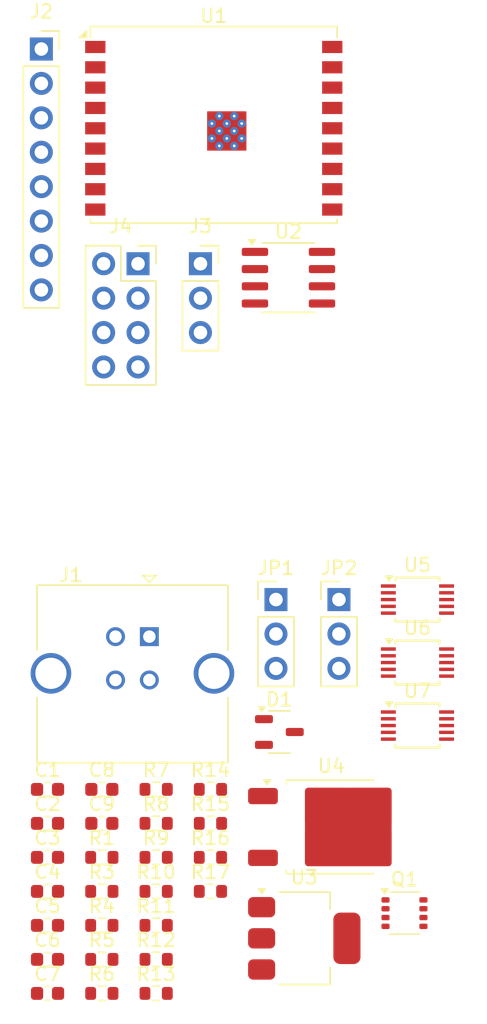
<source format=kicad_pcb>
(kicad_pcb (version 20240108) (generator "pcbnew") (generator_version "8.0")
  (layers (0 "F.Cu" signal) (31 "B.Cu" signal) (34 "B.Paste" user) (35 "F.Paste" user) (36 "B.SilkS" user "B.Silkscreen") (37 "F.SilkS" user "F.Silkscreen") (38 "B.Mask" user) (39 "F.Mask" user) (44 "Edge.Cuts" user))
  (net 0 "")
  (net 1 "/BPTF_SIG")
  (net 2 "/BPTR_SIG")
  (net 3 "/APPS1_SIG")
  (net 4 "+5VA")
  (net 5 "/APPS2_SIG")
  (net 6 "/TPS2_SIG")
  (net 7 "GNDA")
  (net 8 "/TPS1_SIG")
  (net 9 "/CANS")
  (net 10 "/CANL")
  (net 11 "/CANH")
  (net 12 "-BATT")
  (net 13 "/MOTOR_GND")
  (net 14 "+GLV")
  (net 15 "/APPS1_SIGF")
  (net 16 "/APPS2_SIGF")
  (net 17 "/BPTF_SIGF")
  (net 21 "+3.3V")
  (net 22 "/BPTR_SIGF")
  (net 26 "/TPS1_SIGF")
  (net 27 "/TPS2_SIGF")
  (net 29 "/D-")
  (net 31 "VBUS")
  (net 33 "/D+")
  (net 34 "Net-(JP1-A)")
  (net 36 "+5V")
  (net 37 "Net-(JP2-A)")
  (net 38 "Net-(Q1A-G)")
  (net 39 "Net-(Q1B-G)")
  (net 40 "/BLIP_SIG")
  (net 41 "/MOTOR_CTRL")
  (net 42 "/SCL")
  (net 43 "/SDA")
  (net 44 "Net-(U7-ALERT{slash}RDY)")
  (net 45 "Net-(U6-ALERT{slash}RDY)")
  (net 46 "Net-(U5-ALERT{slash}RDY)")
  (net 47 "/CAN_TX")
  (net 48 "/CAN_RX")
  (net 49 "Net-(U2-Rs)")
  (footprint "Resistor_SMD:R_0603_1608Metric" (layer "F.Cu") (at 139.772 111.72)
    (property "Reference" "R10" (at 0 -1.43 0) (layer "F.SilkS"))
    (property "Value" "12K")
    (fp_line (start -0.237258 -0.5225) (end 0.237258 -0.5225) (stroke (width 0.12)) (layer "F.SilkS"))
    (fp_line (start -0.237258 0.5225) (end 0.237258 0.5225) (stroke (width 0.12)) (layer "F.SilkS"))
    (pad "1" smd roundrect (at -0.825 0) (size 0.8 0.95) (layers "F.Cu" "F.Paste" "F.Mask") (net 2 "/BPTR_SIG"))
    (pad "2" smd roundrect (at 0.825 0) (size 0.8 0.95) (layers "F.Cu" "F.Paste" "F.Mask") (net 22 "/BPTR_SIGF"))
  )
  (footprint "Capacitor_SMD:C_0603_1608Metric" (layer "F.Cu") (at 135.762 104.19)
    (property "Reference" "C8" (at 0 -1.43 0) (layer "F.SilkS"))
    (property "Value" "100nF")
    (fp_line (start -0.14058 -0.51) (end 0.14058 -0.51) (stroke (width 0.12)) (layer "F.SilkS"))
    (fp_line (start -0.14058 0.51) (end 0.14058 0.51) (stroke (width 0.12)) (layer "F.SilkS"))
    (pad "1" smd roundrect (at -0.775 0) (size 0.9 0.95) (layers "F.Cu" "F.Paste" "F.Mask") (net 36 "+5V"))
    (pad "2" smd roundrect (at 0.775 0) (size 0.9 0.95) (layers "F.Cu" "F.Paste" "F.Mask") (net 12 "-BATT"))
  )
  (footprint "Resistor_SMD:R_0603_1608Metric" (layer "F.Cu") (at 139.772 104.19)
    (property "Reference" "R7" (at 0 -1.43 0) (layer "F.SilkS"))
    (property "Value" "12K")
    (fp_line (start -0.237258 -0.5225) (end 0.237258 -0.5225) (stroke (width 0.12)) (layer "F.SilkS"))
    (fp_line (start -0.237258 0.5225) (end 0.237258 0.5225) (stroke (width 0.12)) (layer "F.SilkS"))
    (pad "1" smd roundrect (at -0.825 0) (size 0.8 0.95) (layers "F.Cu" "F.Paste" "F.Mask") (net 3 "/APPS1_SIG"))
    (pad "2" smd roundrect (at 0.825 0) (size 0.8 0.95) (layers "F.Cu" "F.Paste" "F.Mask") (net 15 "/APPS1_SIGF"))
  )
  (footprint "Resistor_SMD:R_0603_1608Metric" (layer "F.Cu") (at 143.782 104.19)
    (property "Reference" "R14" (at 0 -1.43 0) (layer "F.SilkS"))
    (property "Value" "4.7K")
    (fp_line (start -0.237258 -0.5225) (end 0.237258 -0.5225) (stroke (width 0.12)) (layer "F.SilkS"))
    (fp_line (start -0.237258 0.5225) (end 0.237258 0.5225) (stroke (width 0.12)) (layer "F.SilkS"))
    (pad "1" smd roundrect (at -0.825 0) (size 0.8 0.95) (layers "F.Cu" "F.Paste" "F.Mask") (net 21 "+3.3V"))
    (pad "2" smd roundrect (at 0.825 0) (size 0.8 0.95) (layers "F.Cu" "F.Paste" "F.Mask") (net 43 "/SDA"))
  )
  (footprint "Capacitor_SMD:C_0603_1608Metric" (layer "F.Cu") (at 131.752 114.23)
    (property "Reference" "C5" (at 0 -1.43 0) (layer "F.SilkS"))
    (property "Value" "150nF")
    (fp_line (start -0.14058 -0.51) (end 0.14058 -0.51) (stroke (width 0.12)) (layer "F.SilkS"))
    (fp_line (start -0.14058 0.51) (end 0.14058 0.51) (stroke (width 0.12)) (layer "F.SilkS"))
    (pad "1" smd roundrect (at -0.775 0) (size 0.9 0.95) (layers "F.Cu" "F.Paste" "F.Mask") (net 7 "GNDA"))
    (pad "2" smd roundrect (at 0.775 0) (size 0.9 0.95) (layers "F.Cu" "F.Paste" "F.Mask") (net 26 "/TPS1_SIGF"))
  )
  (footprint "Resistor_SMD:R_0603_1608Metric" (layer "F.Cu") (at 135.762 119.25)
    (property "Reference" "R6" (at 0 -1.43 0) (layer "F.SilkS"))
    (property "Value" "100")
    (fp_line (start -0.237258 -0.5225) (end 0.237258 -0.5225) (stroke (width 0.12)) (layer "F.SilkS"))
    (fp_line (start -0.237258 0.5225) (end 0.237258 0.5225) (stroke (width 0.12)) (layer "F.SilkS"))
    (pad "1" smd roundrect (at -0.825 0) (size 0.8 0.95) (layers "F.Cu" "F.Paste" "F.Mask") (net 41 "/MOTOR_CTRL"))
    (pad "2" smd roundrect (at 0.825 0) (size 0.8 0.95) (layers "F.Cu" "F.Paste" "F.Mask") (net 39 "Net-(Q1B-G)"))
  )
  (footprint "Resistor_SMD:R_0603_1608Metric" (layer "F.Cu") (at 139.772 114.23)
    (property "Reference" "R11" (at 0 -1.43 0) (layer "F.SilkS"))
    (property "Value" "12K")
    (fp_line (start -0.237258 -0.5225) (end 0.237258 -0.5225) (stroke (width 0.12)) (layer "F.SilkS"))
    (fp_line (start -0.237258 0.5225) (end 0.237258 0.5225) (stroke (width 0.12)) (layer "F.SilkS"))
    (pad "1" smd roundrect (at -0.825 0) (size 0.8 0.95) (layers "F.Cu" "F.Paste" "F.Mask") (net 8 "/TPS1_SIG"))
    (pad "2" smd roundrect (at 0.825 0) (size 0.8 0.95) (layers "F.Cu" "F.Paste" "F.Mask") (net 26 "/TPS1_SIGF"))
  )
  (footprint "RF_Module:ESP32-C3-WROOM-02U" (layer "F.Cu") (at 144.029 55.391)
    (property "Reference" "U1" (at 0 -8.3 180) (layer "F.SilkS"))
    (property "Value" "ESP32-C3-WROOM-02U")
    (fp_line (start -9.11 -7.51) (end -9.11 -6.71) (stroke (width 0.12)) (layer "F.SilkS"))
    (fp_line (start -9.11 -7.51) (end 9.11 -7.51) (stroke (width 0.12)) (layer "F.SilkS"))
    (fp_line (start -9.11 6.71) (end -9.11 7.01) (stroke (width 0.12)) (layer "F.SilkS"))
    (fp_line (start -9.11 7.01) (end 9.11 7.01) (stroke (width 0.12)) (layer "F.SilkS"))
    (fp_line (start 9.11 -7.51) (end 9.11 -6.71) (stroke (width 0.12)) (layer "F.SilkS"))
    (fp_line (start 9.11 6.71) (end 9.11 7.01) (stroke (width 0.12)) (layer "F.SilkS"))
    (fp_poly (pts (xy -9.4 -6.7) (xy -9.9 -6.7) (xy -9.4 -7.2) (xy -9.4 -6.7)) (stroke (width 0.12)) (fill solid) (layer "F.SilkS"))
    (pad "1" smd rect (at -8.75 -6) (size 1.5 0.9) (layers "F.Cu" "F.Paste" "F.Mask") (net 21 "+3.3V"))
    (pad "2" smd rect (at -8.75 -4.5) (size 1.5 0.9) (layers "F.Cu" "F.Paste" "F.Mask"))
    (pad "3" smd rect (at -8.75 -3) (size 1.5 0.9) (layers "F.Cu" "F.Paste" "F.Mask"))
    (pad "4" smd rect (at -8.75 -1.5) (size 1.5 0.9) (layers "F.Cu" "F.Paste" "F.Mask"))
    (pad "5" smd rect (at -8.75 0) (size 1.5 0.9) (layers "F.Cu" "F.Paste" "F.Mask") (net 42 "/SCL"))
    (pad "6" smd rect (at -8.75 1.5) (size 1.5 0.9) (layers "F.Cu" "F.Paste" "F.Mask") (net 43 "/SDA"))
    (pad "7" smd rect (at -8.75 3) (size 1.5 0.9) (layers "F.Cu" "F.Paste" "F.Mask") (net 47 "/CAN_TX"))
    (pad "8" smd rect (at -8.75 4.5) (size 1.5 0.9) (layers "F.Cu" "F.Paste" "F.Mask") (net 48 "/CAN_RX"))
    (pad "9" smd rect (at -8.75 6) (size 1.5 0.9) (layers "F.Cu" "F.Paste" "F.Mask") (net 12 "-BATT"))
    (pad "10" smd rect (at 8.75 6) (size 1.5 0.9) (layers "F.Cu" "F.Paste" "F.Mask") (net 41 "/MOTOR_CTRL"))
    (pad "11" smd rect (at 8.75 4.5) (size 1.5 0.9) (layers "F.Cu" "F.Paste" "F.Mask"))
    (pad "12" smd rect (at 8.75 3) (size 1.5 0.9) (layers "F.Cu" "F.Paste" "F.Mask"))
    (pad "13" smd rect (at 8.75 1.5) (size 1.5 0.9) (layers "F.Cu" "F.Paste" "F.Mask") (net 29 "/D-"))
    (pad "14" smd rect (at 8.75 0) (size 1.5 0.9) (layers "F.Cu" "F.Paste" "F.Mask") (net 33 "/D+"))
    (pad "15" smd rect (at 8.75 -1.5) (size 1.5 0.9) (layers "F.Cu" "F.Paste" "F.Mask"))
    (pad "16" smd rect (at 8.75 -3) (size 1.5 0.9) (layers "F.Cu" "F.Paste" "F.Mask"))
    (pad "17" smd rect (at 8.75 -4.5) (size 1.5 0.9) (layers "F.Cu" "F.Paste" "F.Mask"))
    (pad "18" smd rect (at 8.75 -6) (size 1.5 0.9) (layers "F.Cu" "F.Paste" "F.Mask"))
    (pad "19" thru_hole circle (at -0.14 -0.35) (size 0.6 0.6) (drill 0.2) (property pad_prop_heatsink) (layers "*.Cu" "F.Mask") (net 12 "-BATT"))
    (pad "19" thru_hole circle (at -0.14 0.75) (size 0.6 0.6) (drill 0.2) (property pad_prop_heatsink) (layers "*.Cu" "F.Mask") (net 12 "-BATT"))
    (pad "19" thru_hole circle (at 0.41 -0.9) (size 0.6 0.6) (drill 0.2) (property pad_prop_heatsink) (layers "*.Cu" "F.Mask") (net 12 "-BATT"))
    (pad "19" thru_hole circle (at 0.41 0.2) (size 0.6 0.6) (drill 0.2) (property pad_prop_heatsink) (layers "*.Cu" "F.Mask") (net 12 "-BATT"))
    (pad "19" thru_hole circle (at 0.41 1.3) (size 0.6 0.6) (drill 0.2) (property pad_prop_heatsink) (layers "*.Cu" "F.Mask") (net 12 "-BATT"))
    (pad "19" thru_hole circle (at 0.96 -0.35) (size 0.6 0.6) (drill 0.2) (property pad_prop_heatsink) (layers "*.Cu" "F.Mask") (net 12 "-BATT"))
    (pad "19" smd rect (at 0.96 0.2) (size 2.9 2.9) (layers "F.Cu" "F.Mask") (net 12 "-BATT"))
    (pad "19" thru_hole circle (at 0.96 0.75) (size 0.6 0.6) (drill 0.2) (property pad_prop_heatsink) (layers "*.Cu" "F.Mask") (net 12 "-BATT"))
    (pad "19" thru_hole circle (at 1.51 -0.9) (size 0.6 0.6) (drill 0.2) (property pad_prop_heatsink) (layers "*.Cu" "F.Mask") (net 12 "-BATT"))
    (pad "19" thru_hole circle (at 1.51 0.2) (size 0.6 0.6) (drill 0.2) (property pad_prop_heatsink) (layers "*.Cu" "F.Mask") (net 12 "-BATT"))
    (pad "19" thru_hole circle (at 1.51 1.3) (size 0.6 0.6) (drill 0.2) (property pad_prop_heatsink) (layers "*.Cu" "F.Mask") (net 12 "-BATT"))
    (pad "19" thru_hole circle (at 2.06 -0.35) (size 0.6 0.6) (drill 0.2) (property pad_prop_heatsink) (layers "*.Cu" "F.Mask") (net 12 "-BATT"))
    (pad "19" thru_hole circle (at 2.06 0.75) (size 0.6 0.6) (drill 0.2) (property pad_prop_heatsink) (layers "*.Cu" "F.Mask") (net 12 "-BATT"))
  )
  (footprint "Capacitor_SMD:C_0603_1608Metric" (layer "F.Cu") (at 131.752 104.19)
    (property "Reference" "C1" (at 0 -1.43 0) (layer "F.SilkS"))
    (property "Value" "150nF")
    (fp_line (start -0.14058 -0.51) (end 0.14058 -0.51) (stroke (width 0.12)) (layer "F.SilkS"))
    (fp_line (start -0.14058 0.51) (end 0.14058 0.51) (stroke (width 0.12)) (layer "F.SilkS"))
    (pad "1" smd roundrect (at -0.775 0) (size 0.9 0.95) (layers "F.Cu" "F.Paste" "F.Mask") (net 7 "GNDA"))
    (pad "2" smd roundrect (at 0.775 0) (size 0.9 0.95) (layers "F.Cu" "F.Paste" "F.Mask") (net 15 "/APPS1_SIGF"))
  )
  (footprint "Resistor_SMD:R_0603_1608Metric" (layer "F.Cu") (at 139.772 116.74)
    (property "Reference" "R12" (at 0 -1.43 0) (layer "F.SilkS"))
    (property "Value" "12K")
    (fp_line (start -0.237258 -0.5225) (end 0.237258 -0.5225) (stroke (width 0.12)) (layer "F.SilkS"))
    (fp_line (start -0.237258 0.5225) (end 0.237258 0.5225) (stroke (width 0.12)) (layer "F.SilkS"))
    (pad "1" smd roundrect (at -0.825 0) (size 0.8 0.95) (layers "F.Cu" "F.Paste" "F.Mask") (net 6 "/TPS2_SIG"))
    (pad "2" smd roundrect (at 0.825 0) (size 0.8 0.95) (layers "F.Cu" "F.Paste" "F.Mask") (net 27 "/TPS2_SIGF"))
  )
  (footprint "Connector_PinSocket_2.54mm:PinSocket_2x04_P2.54mm_Vertical" (layer "F.Cu") (at 138.434 65.391)
    (property "Reference" "J4" (at -1.27 -2.77 0) (layer "F.SilkS"))
    (property "Value" "ETC PWR")
    (fp_line (start -3.87 -1.33) (end -3.87 8.95) (stroke (width 0.12)) (layer "F.SilkS"))
    (fp_line (start -3.87 -1.33) (end -1.27 -1.33) (stroke (width 0.12)) (layer "F.SilkS"))
    (fp_line (start -3.87 8.95) (end 1.33 8.95) (stroke (width 0.12)) (layer "F.SilkS"))
    (fp_line (start -1.27 -1.33) (end -1.27 1.27) (stroke (width 0.12)) (layer "F.SilkS"))
    (fp_line (start -1.27 1.27) (end 1.33 1.27) (stroke (width 0.12)) (layer "F.SilkS"))
    (fp_line (start 0 -1.33) (end 1.33 -1.33) (stroke (width 0.12)) (layer "F.SilkS"))
    (fp_line (start 1.33 -1.33) (end 1.33 0) (stroke (width 0.12)) (layer "F.SilkS"))
    (fp_line (start 1.33 1.27) (end 1.33 8.95) (stroke (width 0.12)) (layer "F.SilkS"))
    (pad "1" thru_hole rect (at 0 0) (size 1.7 1.7) (drill 1) (layers "*.Cu" "*.Mask") (net 14 "+GLV"))
    (pad "2" thru_hole oval (at -2.54 0) (size 1.7 1.7) (drill 1) (layers "*.Cu" "*.Mask") (net 13 "/MOTOR_GND"))
    (pad "3" thru_hole oval (at 0 2.54) (size 1.7 1.7) (drill 1) (layers "*.Cu" "*.Mask") (net 13 "/MOTOR_GND"))
    (pad "4" thru_hole oval (at -2.54 2.54) (size 1.7 1.7) (drill 1) (layers "*.Cu" "*.Mask") (net 13 "/MOTOR_GND"))
    (pad "5" thru_hole oval (at 0 5.08) (size 1.7 1.7) (drill 1) (layers "*.Cu" "*.Mask") (net 12 "-BATT"))
    (pad "6" thru_hole oval (at -2.54 5.08) (size 1.7 1.7) (drill 1) (layers "*.Cu" "*.Mask") (net 12 "-BATT"))
    (pad "7" thru_hole oval (at 0 7.62) (size 1.7 1.7) (drill 1) (layers "*.Cu" "*.Mask") (net 12 "-BATT"))
    (pad "8" thru_hole oval (at -2.54 7.62) (size 1.7 1.7) (drill 1) (layers "*.Cu" "*.Mask") (net 12 "-BATT"))
  )
  (footprint "Capacitor_SMD:C_0603_1608Metric" (layer "F.Cu") (at 131.752 119.25)
    (property "Reference" "C7" (at 0 -1.43 0) (layer "F.SilkS"))
    (property "Value" "100nF")
    (fp_line (start -0.14058 -0.51) (end 0.14058 -0.51) (stroke (width 0.12)) (layer "F.SilkS"))
    (fp_line (start -0.14058 0.51) (end 0.14058 0.51) (stroke (width 0.12)) (layer "F.SilkS"))
    (pad "1" smd roundrect (at -0.775 0) (size 0.9 0.95) (layers "F.Cu" "F.Paste" "F.Mask") (net 36 "+5V"))
    (pad "2" smd roundrect (at 0.775 0) (size 0.9 0.95) (layers "F.Cu" "F.Paste" "F.Mask") (net 12 "-BATT"))
  )
  (footprint "Capacitor_SMD:C_0603_1608Metric" (layer "F.Cu") (at 135.762 106.7)
    (property "Reference" "C9" (at 0 -1.43 0) (layer "F.SilkS"))
    (property "Value" "100nF")
    (fp_line (start -0.14058 -0.51) (end 0.14058 -0.51) (stroke (width 0.12)) (layer "F.SilkS"))
    (fp_line (start -0.14058 0.51) (end 0.14058 0.51) (stroke (width 0.12)) (layer "F.SilkS"))
    (pad "1" smd roundrect (at -0.775 0) (size 0.9 0.95) (layers "F.Cu" "F.Paste" "F.Mask") (net 36 "+5V"))
    (pad "2" smd roundrect (at 0.775 0) (size 0.9 0.95) (layers "F.Cu" "F.Paste" "F.Mask") (net 12 "-BATT"))
  )
  (footprint "Package_SO:TSSOP-10_3x3mm_P0.5mm" (layer "F.Cu") (at 159.072 99.48)
    (property "Reference" "U7" (at 0 -2.55 0) (layer "F.SilkS"))
    (property "Value" "ADS1115IDGS")
    (fp_line (start -1.625 -1.625) (end -1.625 -1.4) (stroke (width 0.15)) (layer "F.SilkS"))
    (fp_line (start -1.625 -1.625) (end 1.625 -1.625) (stroke (width 0.15)) (layer "F.SilkS"))
    (fp_line (start -1.625 1.625) (end -1.625 1.4) (stroke (width 0.15)) (layer "F.SilkS"))
    (fp_line (start -1.625 1.625) (end 1.625 1.625) (stroke (width 0.15)) (layer "F.SilkS"))
    (fp_line (start 1.625 -1.625) (end 1.625 -1.4) (stroke (width 0.15)) (layer "F.SilkS"))
    (fp_line (start 1.625 1.625) (end 1.625 1.4) (stroke (width 0.15)) (layer "F.SilkS"))
    (fp_poly (pts (xy -2.1 -1.4) (xy -2.34 -1.73) (xy -1.86 -1.73) (xy -2.1 -1.4)) (stroke (width 0.12)) (fill solid) (layer "F.SilkS"))
    (pad "1" smd rect (at -2.15 -1) (size 1.1 0.25) (layers "F.Cu" "F.Paste" "F.Mask") (net 42 "/SCL"))
    (pad "2" smd rect (at -2.15 -0.5) (size 1.1 0.25) (layers "F.Cu" "F.Paste" "F.Mask") (net 44 "Net-(U7-ALERT{slash}RDY)"))
    (pad "3" smd rect (at -2.15 0) (size 1.1 0.25) (layers "F.Cu" "F.Paste" "F.Mask") (net 12 "-BATT"))
    (pad "4" smd rect (at -2.15 0.5) (size 1.1 0.25) (layers "F.Cu" "F.Paste" "F.Mask") (net 26 "/TPS1_SIGF"))
    (pad "5" smd rect (at -2.15 1) (size 1.1 0.25) (layers "F.Cu" "F.Paste" "F.Mask") (net 7 "GNDA"))
    (pad "6" smd rect (at 2.15 1) (size 1.1 0.25) (layers "F.Cu" "F.Paste" "F.Mask") (net 27 "/TPS2_SIGF"))
    (pad "7" smd rect (at 2.15 0.5) (size 1.1 0.25) (layers "F.Cu" "F.Paste" "F.Mask") (net 7 "GNDA"))
    (pad "8" smd rect (at 2.15 0) (size 1.1 0.25) (layers "F.Cu" "F.Paste" "F.Mask") (net 36 "+5V"))
    (pad "9" smd rect (at 2.15 -0.5) (size 1.1 0.25) (layers "F.Cu" "F.Paste" "F.Mask") (net 43 "/SDA"))
    (pad "10" smd rect (at 2.15 -1) (size 1.1 0.25) (layers "F.Cu" "F.Paste" "F.Mask") (net 42 "/SCL"))
  )
  (footprint "Connector_USB:USB_B_TE_5787834_Vertical" (layer "F.Cu") (at 139.272 92.915)
    (property "Reference" "J1" (at -5.8 -4.55 0) (layer "F.SilkS"))
    (property "Value" "USB_B")
    (fp_line (start -8.3 -3.8) (end 5.8 -3.8) (stroke (width 0.12)) (layer "F.SilkS"))
    (fp_line (start -8.3 1) (end -8.3 -3.8) (stroke (width 0.12)) (layer "F.SilkS"))
    (fp_line (start -8.3 9.3) (end -8.3 4.5) (stroke (width 0.12)) (layer "F.SilkS"))
    (fp_line (start -0.5 -4.5) (end 0 -4) (stroke (width 0.12)) (layer "F.SilkS"))
    (fp_line (start 0 -4) (end 0.5 -4.5) (stroke (width 0.12)) (layer "F.SilkS"))
    (fp_line (start 0.5 -4.5) (end -0.5 -4.5) (stroke (width 0.12)) (layer "F.SilkS"))
    (fp_line (start 5.8 -3.8) (end 5.8 1) (stroke (width 0.12)) (layer "F.SilkS"))
    (fp_line (start 5.8 4.5) (end 5.8 9.3) (stroke (width 0.12)) (layer "F.SilkS"))
    (fp_line (start 5.8 9.3) (end -8.3 9.3) (stroke (width 0.12)) (layer "F.SilkS"))
    (pad "1" thru_hole rect (at 0 0) (size 1.4 1.4) (drill 0.92) (layers "*.Cu" "*.Mask") (net 31 "VBUS"))
    (pad "2" thru_hole circle (at -2.5 0) (size 1.4 1.4) (drill 0.92) (layers "*.Cu" "*.Mask") (net 29 "/D-"))
    (pad "3" thru_hole circle (at -2.5 3.2) (size 1.4 1.4) (drill 0.92) (layers "*.Cu" "*.Mask") (net 33 "/D+"))
    (pad "4" thru_hole circle (at 0 3.2) (size 1.4 1.4) (drill 0.92) (layers "*.Cu" "*.Mask") (net 12 "-BATT"))
    (pad "5" thru_hole circle (at -7.27 2.71) (size 3 3) (drill 2.3) (layers "*.Cu" "*.Mask") (net 12 "-BATT"))
    (pad "5" thru_hole circle (at 4.77 2.71) (size 3 3) (drill 2.3) (layers "*.Cu" "*.Mask") (net 12 "-BATT"))
  )
  (footprint "Resistor_SMD:R_0603_1608Metric" (layer "F.Cu") (at 135.762 109.21)
    (property "Reference" "R1" (at 0 -1.43 0) (layer "F.SilkS"))
    (property "Value" "120")
    (fp_line (start -0.237258 -0.5225) (end 0.237258 -0.5225) (stroke (width 0.12)) (layer "F.SilkS"))
    (fp_line (start -0.237258 0.5225) (end 0.237258 0.5225) (stroke (width 0.12)) (layer "F.SilkS"))
    (pad "1" smd roundrect (at -0.825 0) (size 0.8 0.95) (layers "F.Cu" "F.Paste" "F.Mask") (net 11 "/CANH"))
    (pad "2" smd roundrect (at 0.825 0) (size 0.8 0.95) (layers "F.Cu" "F.Paste" "F.Mask") (net 34 "Net-(JP1-A)"))
  )
  (footprint "Capacitor_SMD:C_0603_1608Metric" (layer "F.Cu") (at 131.752 106.7)
    (property "Reference" "C2" (at 0 -1.43 0) (layer "F.SilkS"))
    (property "Value" "150nF")
    (fp_line (start -0.14058 -0.51) (end 0.14058 -0.51) (stroke (width 0.12)) (layer "F.SilkS"))
    (fp_line (start -0.14058 0.51) (end 0.14058 0.51) (stroke (width 0.12)) (layer "F.SilkS"))
    (pad "1" smd roundrect (at -0.775 0) (size 0.9 0.95) (layers "F.Cu" "F.Paste" "F.Mask") (net 7 "GNDA"))
    (pad "2" smd roundrect (at 0.775 0) (size 0.9 0.95) (layers "F.Cu" "F.Paste" "F.Mask") (net 16 "/APPS2_SIGF"))
  )
  (footprint "Package_TO_SOT_SMD:TO-252-2" (layer "F.Cu") (at 152.702 106.965)
    (property "Reference" "U4" (at 0 -4.5 0) (layer "F.SilkS"))
    (property "Value" "L7805")
    (fp_line (start -3.31 -3.45) (end -3.31 -3.18) (stroke (width 0.12)) (layer "F.SilkS"))
    (fp_line (start -3.31 3.45) (end -3.31 3.18) (stroke (width 0.12)) (layer "F.SilkS"))
    (fp_line (start 3.11 -3.45) (end -3.31 -3.45) (stroke (width 0.12)) (layer "F.SilkS"))
    (fp_line (start 3.11 3.45) (end -3.31 3.45) (stroke (width 0.12)) (layer "F.SilkS"))
    (fp_poly (pts (xy -4.73 -3.14) (xy -4.97 -3.47) (xy -4.49 -3.47) (xy -4.73 -3.14)) (stroke (width 0.12)) (fill solid) (layer "F.SilkS"))
    (pad "1" smd roundrect (at -5.04 -2.28) (size 2.2 1.2) (layers "F.Cu" "F.Paste" "F.Mask") (roundrect_rratio 0.208333) (net 14 "+GLV"))
    (pad "2" smd roundrect (at -0.415 -1.525) (size 3.05 2.75) (layers "F.Cu" "F.Paste") (roundrect_rratio 0.090909) (net 12 "-BATT"))
    (pad "2" smd roundrect (at -0.415 1.525) (size 3.05 2.75) (layers "F.Cu" "F.Paste") (roundrect_rratio 0.090909) (net 12 "-BATT"))
    (pad "2" smd roundrect (at 1.26 0) (size 6.4 5.8) (layers "F.Cu" "F.Mask") (roundrect_rratio 0.043103) (net 12 "-BATT"))
    (pad "2" smd roundrect (at 2.935 -1.525) (size 3.05 2.75) (layers "F.Cu" "F.Paste") (roundrect_rratio 0.090909) (net 12 "-BATT"))
    (pad "2" smd roundrect (at 2.935 1.525) (size 3.05 2.75) (layers "F.Cu" "F.Paste") (roundrect_rratio 0.090909) (net 12 "-BATT"))
    (pad "3" smd roundrect (at -5.04 2.28) (size 2.2 1.2) (layers "F.Cu" "F.Paste" "F.Mask") (roundrect_rratio 0.208333) (net 37 "Net-(JP2-A)"))
  )
  (footprint "Capacitor_SMD:C_0603_1608Metric" (layer "F.Cu") (at 131.752 109.21)
    (property "Reference" "C3" (at 0 -1.43 0) (layer "F.SilkS"))
    (property "Value" "150nF")
    (fp_line (start -0.14058 -0.51) (end 0.14058 -0.51) (stroke (width 0.12)) (layer "F.SilkS"))
    (fp_line (start -0.14058 0.51) (end 0.14058 0.51) (stroke (width 0.12)) (layer "F.SilkS"))
    (pad "1" smd roundrect (at -0.775 0) (size 0.9 0.95) (layers "F.Cu" "F.Paste" "F.Mask") (net 7 "GNDA"))
    (pad "2" smd roundrect (at 0.775 0) (size 0.9 0.95) (layers "F.Cu" "F.Paste" "F.Mask") (net 17 "/BPTF_SIGF"))
  )
  (footprint "Resistor_SMD:R_0603_1608Metric" (layer "F.Cu") (at 139.772 109.21)
    (property "Reference" "R9" (at 0 -1.43 0) (layer "F.SilkS"))
    (property "Value" "12K")
    (fp_line (start -0.237258 -0.5225) (end 0.237258 -0.5225) (stroke (width 0.12)) (layer "F.SilkS"))
    (fp_line (start -0.237258 0.5225) (end 0.237258 0.5225) (stroke (width 0.12)) (layer "F.SilkS"))
    (pad "1" smd roundrect (at -0.825 0) (size 0.8 0.95) (layers "F.Cu" "F.Paste" "F.Mask") (net 1 "/BPTF_SIG"))
    (pad "2" smd roundrect (at 0.825 0) (size 0.8 0.95) (layers "F.Cu" "F.Paste" "F.Mask") (net 17 "/BPTF_SIGF"))
  )
  (footprint "Package_TO_SOT_SMD:SOT-23-3" (layer "F.Cu") (at 148.872 99.955)
    (property "Reference" "D1" (at 0 -2.4 0) (layer "F.SilkS"))
    (property "Value" "ESD2CAN24-Q1")
    (fp_line (start 0 -1.56) (end -0.8 -1.56) (stroke (width 0.12)) (layer "F.SilkS"))
    (fp_line (start 0 -1.56) (end 0.8 -1.56) (stroke (width 0.12)) (layer "F.SilkS"))
    (fp_line (start 0 1.56) (end -0.8 1.56) (stroke (width 0.12)) (layer "F.SilkS"))
    (fp_line (start 0 1.56) (end 0.8 1.56) (stroke (width 0.12)) (layer "F.SilkS"))
    (fp_poly (pts (xy -1.3 -1.51) (xy -1.54 -1.84) (xy -1.06 -1.84) (xy -1.3 -1.51)) (stroke (width 0.12)) (fill solid) (layer "F.SilkS"))
    (pad "1" smd roundrect (at -1.1375 -0.95) (size 1.325 0.6) (layers "F.Cu" "F.Paste" "F.Mask") (net 11 "/CANH"))
    (pad "2" smd roundrect (at -1.1375 0.95) (size 1.325 0.6) (layers "F.Cu" "F.Paste" "F.Mask") (net 10 "/CANL"))
    (pad "3" smd roundrect (at 1.1375 0) (size 1.325 0.6) (layers "F.Cu" "F.Paste" "F.Mask") (net 12 "-BATT"))
  )
  (footprint "Resistor_SMD:R_0603_1608Metric" (layer "F.Cu") (at 143.782 111.72)
    (property "Reference" "R17" (at 0 -1.43 0) (layer "F.SilkS"))
    (property "Value" "10K")
    (fp_line (start -0.237258 -0.5225) (end 0.237258 -0.5225) (stroke (width 0.12)) (layer "F.SilkS"))
    (fp_line (start -0.237258 0.5225) (end 0.237258 0.5225) (stroke (width 0.12)) (layer "F.SilkS"))
    (pad "1" smd roundrect (at -0.825 0) (size 0.8 0.95) (layers "F.Cu" "F.Paste" "F.Mask") (net 46 "Net-(U5-ALERT{slash}RDY)"))
    (pad "2" smd roundrect (at 0.825 0) (size 0.8 0.95) (layers "F.Cu" "F.Paste" "F.Mask") (net 36 "+5V"))
  )
  (footprint "Connector_PinSocket_2.54mm:PinSocket_1x08_P2.54mm_Vertical" (layer "F.Cu") (at 131.294 49.541)
    (property "Reference" "J2" (at 0 -2.77 0) (layer "F.SilkS"))
    (property "Value" "ETC SIG")
    (fp_line (start -1.33 1.27) (end -1.33 19.11) (stroke (width 0.12)) (layer "F.SilkS"))
    (fp_line (start -1.33 1.27) (end 1.33 1.27) (stroke (width 0.12)) (layer "F.SilkS"))
    (fp_line (start -1.33 19.11) (end 1.33 19.11) (stroke (width 0.12)) (layer "F.SilkS"))
    (fp_line (start 0 -1.33) (end 1.33 -1.33) (stroke (width 0.12)) (layer "F.SilkS"))
    (fp_line (start 1.33 -1.33) (end 1.33 0) (stroke (width 0.12)) (layer "F.SilkS"))
    (fp_line (start 1.33 1.27) (end 1.33 19.11) (stroke (width 0.12)) (layer "F.SilkS"))
    (pad "1" thru_hole rect (at 0 0) (size 1.7 1.7) (drill 1) (layers "*.Cu" "*.Mask") (net 4 "+5VA"))
    (pad "2" thru_hole oval (at 0 2.54) (size 1.7 1.7) (drill 1) (layers "*.Cu" "*.Mask") (net 3 "/APPS1_SIG"))
    (pad "3" thru_hole oval (at 0 5.08) (size 1.7 1.7) (drill 1) (layers "*.Cu" "*.Mask") (net 5 "/APPS2_SIG"))
    (pad "4" thru_hole oval (at 0 7.62) (size 1.7 1.7) (drill 1) (layers "*.Cu" "*.Mask") (net 1 "/BPTF_SIG"))
    (pad "5" thru_hole oval (at 0 10.16) (size 1.7 1.7) (drill 1) (layers "*.Cu" "*.Mask") (net 2 "/BPTR_SIG"))
    (pad "6" thru_hole oval (at 0 12.7) (size 1.7 1.7) (drill 1) (layers "*.Cu" "*.Mask") (net 8 "/TPS1_SIG"))
    (pad "7" thru_hole oval (at 0 15.24) (size 1.7 1.7) (drill 1) (layers "*.Cu" "*.Mask") (net 6 "/TPS2_SIG"))
    (pad "8" thru_hole oval (at 0 17.78) (size 1.7 1.7) (drill 1) (layers "*.Cu" "*.Mask") (net 7 "GNDA"))
  )
  (footprint "Resistor_SMD:R_0603_1608Metric" (layer "F.Cu") (at 143.782 106.7)
    (property "Reference" "R15" (at 0 -1.43 0) (layer "F.SilkS"))
    (property "Value" "10K")
    (fp_line (start -0.237258 -0.5225) (end 0.237258 -0.5225) (stroke (width 0.12)) (layer "F.SilkS"))
    (fp_line (start -0.237258 0.5225) (end 0.237258 0.5225) (stroke (width 0.12)) (layer "F.SilkS"))
    (pad "1" smd roundrect (at -0.825 0) (size 0.8 0.95) (layers "F.Cu" "F.Paste" "F.Mask") (net 44 "Net-(U7-ALERT{slash}RDY)"))
    (pad "2" smd roundrect (at 0.825 0) (size 0.8 0.95) (layers "F.Cu" "F.Paste" "F.Mask") (net 36 "+5V"))
  )
  (footprint "Resistor_SMD:R_0603_1608Metric" (layer "F.Cu") (at 135.762 116.74)
    (property "Reference" "R5" (at 0 -1.43 0) (layer "F.SilkS"))
    (property "Value" "10K")
    (fp_line (start -0.237258 -0.5225) (end 0.237258 -0.5225) (stroke (width 0.12)) (layer "F.SilkS"))
    (fp_line (start -0.237258 0.5225) (end 0.237258 0.5225) (stroke (width 0.12)) (layer "F.SilkS"))
    (pad "1" smd roundrect (at -0.825 0) (size 0.8 0.95) (layers "F.Cu" "F.Paste" "F.Mask") (net 12 "-BATT"))
    (pad "2" smd roundrect (at 0.825 0) (size 0.8 0.95) (layers "F.Cu" "F.Paste" "F.Mask") (net 41 "/MOTOR_CTRL"))
  )
  (footprint "Capacitor_SMD:C_0603_1608Metric" (layer "F.Cu") (at 131.752 116.74)
    (property "Reference" "C6" (at 0 -1.43 0) (layer "F.SilkS"))
    (property "Value" "150nF")
    (fp_line (start -0.14058 -0.51) (end 0.14058 -0.51) (stroke (width 0.12)) (layer "F.SilkS"))
    (fp_line (start -0.14058 0.51) (end 0.14058 0.51) (stroke (width 0.12)) (layer "F.SilkS"))
    (pad "1" smd roundrect (at -0.775 0) (size 0.9 0.95) (layers "F.Cu" "F.Paste" "F.Mask") (net 7 "GNDA"))
    (pad "2" smd roundrect (at 0.775 0) (size 0.9 0.95) (layers "F.Cu" "F.Paste" "F.Mask") (net 27 "/TPS2_SIGF"))
  )
  (footprint "Resistor_SMD:R_0603_1608Metric" (layer "F.Cu") (at 139.772 119.25)
    (property "Reference" "R13" (at 0 -1.43 0) (layer "F.SilkS"))
    (property "Value" "4.7K")
    (fp_line (start -0.237258 -0.5225) (end 0.237258 -0.5225) (stroke (width 0.12)) (layer "F.SilkS"))
    (fp_line (start -0.237258 0.5225) (end 0.237258 0.5225) (stroke (width 0.12)) (layer "F.SilkS"))
    (pad "1" smd roundrect (at -0.825 0) (size 0.8 0.95) (layers "F.Cu" "F.Paste" "F.Mask") (net 21 "+3.3V"))
    (pad "2" smd roundrect (at 0.825 0) (size 0.8 0.95) (layers "F.Cu" "F.Paste" "F.Mask") (net 42 "/SCL"))
  )
  (footprint "Package_TO_SOT_SMD:OnSemi_ECH8" (layer "F.Cu") (at 158.112 113.325)
    (property "Reference" "Q1" (at 0 -2.5 0) (layer "F.SilkS"))
    (property "Value" "ECH8697R")
    (fp_line (start -1.15 1.55) (end 1.15 1.55) (stroke (width 0.1)) (layer "F.SilkS"))
    (fp_line (start -1.06 -1.55) (end 1.15 -1.55) (stroke (width 0.1)) (layer "F.SilkS"))
    (fp_poly (pts (xy -1.45 -1.45) (xy -1.21 -1.78) (xy -1.69 -1.78) (xy -1.45 -1.45)) (stroke (width 0.12)) (fill solid) (layer "F.SilkS"))
    (pad "1" smd roundrect (at -1.4 -0.975 270) (size 0.4 0.6) (layers "F.Cu" "F.Paste" "F.Mask") (net 12 "-BATT"))
    (pad "2" smd roundrect (at -1.4 -0.325 270) (size 0.4 0.6) (layers "F.Cu" "F.Paste" "F.Mask") (net 38 "Net-(Q1A-G)"))
    (pad "3" smd roundrect (at -1.4 0.325 270) (size 0.4 0.6) (layers "F.Cu" "F.Paste" "F.Mask") (net 12 "-BATT"))
    (pad "4" smd roundrect (at -1.4 0.975 270) (size 0.4 0.6) (layers "F.Cu" "F.Paste" "F.Mask") (net 39 "Net-(Q1B-G)"))
    (pad "5" smd roundrect (at 1.4 0.975 270) (size 0.4 0.6) (layers "F.Cu" "F.Paste" "F.Mask") (net 13 "/MOTOR_GND"))
    (pad "6" smd roundrect (at 1.4 0.325 270) (size 0.4 0.6) (layers "F.Cu" "F.Paste" "F.Mask") (net 13 "/MOTOR_GND"))
    (pad "7" smd roundrect (at 1.4 -0.325 270) (size 0.4 0.6) (layers "F.Cu" "F.Paste" "F.Mask") (net 13 "/MOTOR_GND"))
    (pad "8" smd roundrect (at 1.4 -0.975 270) (size 0.4 0.6) (layers "F.Cu" "F.Paste" "F.Mask") (net 13 "/MOTOR_GND"))
  )
  (footprint "Resistor_SMD:R_0603_1608Metric" (layer "F.Cu") (at 135.762 111.72)
    (property "Reference" "R3" (at 0 -1.43 0) (layer "F.SilkS"))
    (property "Value" "100")
    (fp_line (start -0.237258 -0.5225) (end 0.237258 -0.5225) (stroke (width 0.12)) (layer "F.SilkS"))
    (fp_line (start -0.237258 0.5225) (end 0.237258 0.5225) (stroke (width 0.12)) (layer "F.SilkS"))
    (pad "1" smd roundrect (at -0.825 0) (size 0.8 0.95) (layers "F.Cu" "F.Paste" "F.Mask") (net 40 "/BLIP_SIG"))
    (pad "2" smd roundrect (at 0.825 0) (size 0.8 0.95) (layers "F.Cu" "F.Paste" "F.Mask") (net 38 "Net-(Q1A-G)"))
  )
  (footprint "Package_SO:TSSOP-10_3x3mm_P0.5mm" (layer "F.Cu") (at 159.072 90.18)
    (property "Reference" "U5" (at 0 -2.55 0) (layer "F.SilkS"))
    (property "Value" "ADS1115IDGS")
    (fp_line (start -1.625 -1.625) (end -1.625 -1.4) (stroke (width 0.15)) (layer "F.SilkS"))
    (fp_line (start -1.625 -1.625) (end 1.625 -1.625) (stroke (width 0.15)) (layer "F.SilkS"))
    (fp_line (start -1.625 1.625) (end -1.625 1.4) (stroke (width 0.15)) (layer "F.SilkS"))
    (fp_line (start -1.625 1.625) (end 1.625 1.625) (stroke (width 0.15)) (layer "F.SilkS"))
    (fp_line (start 1.625 -1.625) (end 1.625 -1.4) (stroke (width 0.15)) (layer "F.SilkS"))
    (fp_line (start 1.625 1.625) (end 1.625 1.4) (stroke (width 0.15)) (layer "F.SilkS"))
    (fp_poly (pts (xy -2.1 -1.4) (xy -2.34 -1.73) (xy -1.86 -1.73) (xy -2.1 -1.4)) (stroke (width 0.12)) (fill solid) (layer "F.SilkS"))
    (pad "1" smd rect (at -2.15 -1) (size 1.1 0.25) (layers "F.Cu" "F.Paste" "F.Mask") (net 12 "-BATT"))
    (pad "2" smd rect (at -2.15 -0.5) (size 1.1 0.25) (layers "F.Cu" "F.Paste" "F.Mask") (net 46 "Net-(U5-ALERT{slash}RDY)"))
    (pad "3" smd rect (at -2.15 0) (size 1.1 0.25) (layers "F.Cu" "F.Paste" "F.Mask") (net 12 "-BATT"))
    (pad "4" smd rect (at -2.15 0.5) (size 1.1 0.25) (layers "F.Cu" "F.Paste" "F.Mask") (net 15 "/APPS1_SIGF"))
    (pad "5" smd rect (at -2.15 1) (size 1.1 0.25) (layers "F.Cu" "F.Paste" "F.Mask") (net 7 "GNDA"))
    (pad "6" smd rect (at 2.15 1) (size 1.1 0.25) (layers "F.Cu" "F.Paste" "F.Mask") (net 16 "/APPS2_SIGF"))
    (pad "7" smd rect (at 2.15 0.5) (size 1.1 0.25) (layers "F.Cu" "F.Paste" "F.Mask") (net 7 "GNDA"))
    (pad "8" smd rect (at 2.15 0) (size 1.1 0.25) (layers "F.Cu" "F.Paste" "F.Mask") (net 36 "+5V"))
    (pad "9" smd rect (at 2.15 -0.5) (size 1.1 0.25) (layers "F.Cu" "F.Paste" "F.Mask") (net 43 "/SDA"))
    (pad "10" smd rect (at 2.15 -1) (size 1.1 0.25) (layers "F.Cu" "F.Paste" "F.Mask") (net 42 "/SCL"))
  )
  (footprint "Capacitor_SMD:C_0603_1608Metric" (layer "F.Cu") (at 131.752 111.72)
    (property "Reference" "C4" (at 0 -1.43 0) (layer "F.SilkS"))
    (property "Value" "150nF")
    (fp_line (start -0.14058 -0.51) (end 0.14058 -0.51) (stroke (width 0.12)) (layer "F.SilkS"))
    (fp_line (start -0.14058 0.51) (end 0.14058 0.51) (stroke (width 0.12)) (layer "F.SilkS"))
    (pad "1" smd roundrect (at -0.775 0) (size 0.9 0.95) (layers "F.Cu" "F.Paste" "F.Mask") (net 7 "GNDA"))
    (pad "2" smd roundrect (at 0.775 0) (size 0.9 0.95) (layers "F.Cu" "F.Paste" "F.Mask") (net 22 "/BPTR_SIGF"))
  )
  (footprint "Connector_PinSocket_2.54mm:PinSocket_1x03_P2.54mm_Vertical" (layer "F.Cu") (at 143.044 65.391)
    (property "Reference" "J3" (at 0 -2.77 0) (layer "F.SilkS"))
    (property "Value" "ETC CAN")
    (fp_line (start -1.33 1.27) (end -1.33 6.41) (stroke (width 0.12)) (layer "F.SilkS"))
    (fp_line (start -1.33 1.27) (end 1.33 1.27) (stroke (width 0.12)) (layer "F.SilkS"))
    (fp_line (start -1.33 6.41) (end 1.33 6.41) (stroke (width 0.12)) (layer "F.SilkS"))
    (fp_line (start 0 -1.33) (end 1.33 -1.33) (stroke (width 0.12)) (layer "F.SilkS"))
    (fp_line (start 1.33 -1.33) (end 1.33 0) (stroke (width 0.12)) (layer "F.SilkS"))
    (fp_line (start 1.33 1.27) (end 1.33 6.41) (stroke (width 0.12)) (layer "F.SilkS"))
    (pad "1" thru_hole rect (at 0 0) (size 1.7 1.7) (drill 1) (layers "*.Cu" "*.Mask") (net 11 "/CANH"))
    (pad "2" thru_hole oval (at 0 2.54) (size 1.7 1.7) (drill 1) (layers "*.Cu" "*.Mask") (net 10 "/CANL"))
    (pad "3" thru_hole oval (at 0 5.08) (size 1.7 1.7) (drill 1) (layers "*.Cu" "*.Mask") (net 9 "/CANS"))
  )
  (footprint "Package_SO:SOIC-8_3.9x4.9mm_P1.27mm" (layer "F.Cu") (at 149.544 66.421)
    (property "Reference" "U2" (at 0 -3.4 0) (layer "F.SilkS"))
    (property "Value" "MCP2551-I-SN")
    (fp_line (start 0 -2.56) (end -1.95 -2.56) (stroke (width 0.12)) (layer "F.SilkS"))
    (fp_line (start 0 -2.56) (end 1.95 -2.56) (stroke (width 0.12)) (layer "F.SilkS"))
    (fp_line (start 0 2.56) (end -1.95 2.56) (stroke (width 0.12)) (layer "F.SilkS"))
    (fp_line (start 0 2.56) (end 1.95 2.56) (stroke (width 0.12)) (layer "F.SilkS"))
    (fp_poly (pts (xy -2.7 -2.465) (xy -2.94 -2.795) (xy -2.46 -2.795) (xy -2.7 -2.465)) (stroke (width 0.12)) (fill solid) (layer "F.SilkS"))
    (pad "1" smd roundrect (at -2.475 -1.905) (size 1.95 0.6) (layers "F.Cu" "F.Paste" "F.Mask") (net 47 "/CAN_TX"))
    (pad "2" smd roundrect (at -2.475 -0.635) (size 1.95 0.6) (layers "F.Cu" "F.Paste" "F.Mask") (net 12 "-BATT"))
    (pad "3" smd roundrect (at -2.475 0.635) (size 1.95 0.6) (layers "F.Cu" "F.Paste" "F.Mask") (net 36 "+5V"))
    (pad "4" smd roundrect (at -2.475 1.905) (size 1.95 0.6) (layers "F.Cu" "F.Paste" "F.Mask") (net 48 "/CAN_RX"))
    (pad "5" smd roundrect (at 2.475 1.905) (size 1.95 0.6) (layers "F.Cu" "F.Paste" "F.Mask") (net 21 "+3.3V"))
    (pad "6" smd roundrect (at 2.475 0.635) (size 1.95 0.6) (layers "F.Cu" "F.Paste" "F.Mask") (net 10 "/CANL"))
    (pad "7" smd roundrect (at 2.475 -0.635) (size 1.95 0.6) (layers "F.Cu" "F.Paste" "F.Mask") (net 11 "/CANH"))
    (pad "8" smd roundrect (at 2.475 -1.905) (size 1.95 0.6) (layers "F.Cu" "F.Paste" "F.Mask") (net 49 "Net-(U2-Rs)"))
  )
  (footprint "Package_TO_SOT_SMD:SOT-223-3_TabPin2" (layer "F.Cu") (at 150.712 115.185)
    (property "Reference" "U3" (at 0 -4.5 0) (layer "F.SilkS"))
    (property "Value" "AMS1117-3.3")
    (fp_line (start -1.85 -3.41) (end 1.91 -3.41) (stroke (width 0.12)) (layer "F.SilkS"))
    (fp_line (start -1.85 3.41) (end 1.91 3.41) (stroke (width 0.12)) (layer "F.SilkS"))
    (fp_line (start 1.91 -3.41) (end 1.91 -2.15) (stroke (width 0.12)) (layer "F.SilkS"))
    (fp_line (start 1.91 3.41) (end 1.91 2.15) (stroke (width 0.12)) (layer "F.SilkS"))
    (fp_poly (pts (xy -3.13 -3.31) (xy -3.37 -3.64) (xy -2.89 -3.64) (xy -3.13 -3.31)) (stroke (width 0.12)) (fill solid) (layer "F.SilkS"))
    (pad "1" smd roundrect (at -3.15 -2.3) (size 2 1.5) (layers "F.Cu" "F.Paste" "F.Mask") (net 12 "-BATT"))
    (pad "2" smd roundrect (at -3.15 0) (size 2 1.5) (layers "F.Cu" "F.Paste" "F.Mask") (net 21 "+3.3V"))
    (pad "2" smd roundrect (at 3.15 0) (size 2 3.8) (layers "F.Cu" "F.Paste" "F.Mask") (net 21 "+3.3V"))
    (pad "3" smd roundrect (at -3.15 2.3) (size 2 1.5) (layers "F.Cu" "F.Paste" "F.Mask") (net 36 "+5V"))
  )
  (footprint "Package_SO:TSSOP-10_3x3mm_P0.5mm" (layer "F.Cu") (at 159.072 94.83)
    (property "Reference" "U6" (at 0 -2.55 0) (layer "F.SilkS"))
    (property "Value" "ADS1115IDGS")
    (fp_line (start -1.625 -1.625) (end -1.625 -1.4) (stroke (width 0.15)) (layer "F.SilkS"))
    (fp_line (start -1.625 -1.625) (end 1.625 -1.625) (stroke (width 0.15)) (layer "F.SilkS"))
    (fp_line (start -1.625 1.625) (end -1.625 1.4) (stroke (width 0.15)) (layer "F.SilkS"))
    (fp_line (start -1.625 1.625) (end 1.625 1.625) (stroke (width 0.15)) (layer "F.SilkS"))
    (fp_line (start 1.625 -1.625) (end 1.625 -1.4) (stroke (width 0.15)) (layer "F.SilkS"))
    (fp_line (start 1.625 1.625) (end 1.625 1.4) (stroke (width 0.15)) (layer "F.SilkS"))
    (fp_poly (pts (xy -2.1 -1.4) (xy -2.34 -1.73) (xy -1.86 -1.73) (xy -2.1 -1.4)) (stroke (width 0.12)) (fill solid) (layer "F.SilkS"))
    (pad "1" smd rect (at -2.15 -1) (size 1.1 0.25) (layers "F.Cu" "F.Paste" "F.Mask") (net 36 "+5V"))
    (pad "2" smd rect (at -2.15 -0.5) (size 1.1 0.25) (layers "F.Cu" "F.Paste" "F.Mask") (net 45 "Net-(U6-ALERT{slash}RDY)"))
    (pad "3" smd rect (at -2.15 0) (size 1.1 0.25) (layers "F.Cu" "F.Paste" "F.Mask") (net 12 "-BATT"))
    (pad "4" smd rect (at -2.15 0.5) (size 1.1 0.25) (layers "F.Cu" "F.Paste" "F.Mask") (net 17 "/BPTF_SIGF"))
    (pad "5" smd rect (at -2.15 1) (size 1.1 0.25) (layers "F.Cu" "F.Paste" "F.Mask") (net 7 "GNDA"))
    (pad "6" smd rect (at 2.15 1) (size 1.1 0.25) (layers "F.Cu" "F.Paste" "F.Mask") (net 22 "/BPTR_SIGF"))
    (pad "7" smd rect (at 2.15 0.5) (size 1.1 0.25) (layers "F.Cu" "F.Paste" "F.Mask") (net 7 "GNDA"))
    (pad "8" smd rect (at 2.15 0) (size 1.1 0.25) (layers "F.Cu" "F.Paste" "F.Mask") (net 36 "+5V"))
    (pad "9" smd rect (at 2.15 -0.5) (size 1.1 0.25) (layers "F.Cu" "F.Paste" "F.Mask") (net 43 "/SDA"))
    (pad "10" smd rect (at 2.15 -1) (size 1.1 0.25) (layers "F.Cu" "F.Paste" "F.Mask") (net 42 "/SCL"))
  )
  (footprint "Resistor_SMD:R_0603_1608Metric" (layer "F.Cu") (at 135.762 114.23)
    (property "Reference" "R4" (at 0 -1.43 0) (layer "F.SilkS"))
    (property "Value" "10K")
    (fp_line (start -0.237258 -0.5225) (end 0.237258 -0.5225) (stroke (width 0.12)) (layer "F.SilkS"))
    (fp_line (start -0.237258 0.5225) (end 0.237258 0.5225) (stroke (width 0.12)) (layer "F.SilkS"))
    (pad "1" smd roundrect (at -0.825 0) (size 0.8 0.95) (layers "F.Cu" "F.Paste" "F.Mask") (net 12 "-BATT"))
    (pad "2" smd roundrect (at 0.825 0) (size 0.8 0.95) (layers "F.Cu" "F.Paste" "F.Mask") (net 40 "/BLIP_SIG"))
  )
  (footprint "Resistor_SMD:R_0603_1608Metric" (layer "F.Cu") (at 139.772 106.7)
    (property "Reference" "R8" (at 0 -1.43 0) (layer "F.SilkS"))
    (property "Value" "12K")
    (fp_line (start -0.237258 -0.5225) (end 0.237258 -0.5225) (stroke (width 0.12)) (layer "F.SilkS"))
    (fp_line (start -0.237258 0.5225) (end 0.237258 0.5225) (stroke (width 0.12)) (layer "F.SilkS"))
    (pad "1" smd roundrect (at -0.825 0) (size 0.8 0.95) (layers "F.Cu" "F.Paste" "F.Mask") (net 5 "/APPS2_SIG"))
    (pad "2" smd roundrect (at 0.825 0) (size 0.8 0.95) (layers "F.Cu" "F.Paste" "F.Mask") (net 16 "/APPS2_SIGF"))
  )
  (footprint "Connector_PinHeader_2.54mm:PinHeader_1x03_P2.54mm_Vertical" (layer "F.Cu") (at 153.272 90.18)
    (property "Reference" "JP2" (at 0 -2.33 0) (layer "F.SilkS"))
    (property "Value" "Power Jumper")
    (fp_line (start -1.33 -1.33) (end 0 -1.33) (stroke (width 0.12)) (layer "F.SilkS"))
    (fp_line (start -1.33 0) (end -1.33 -1.33) (stroke (width 0.12)) (layer "F.SilkS"))
    (fp_line (start -1.33 1.27) (end -1.33 6.41) (stroke (width 0.12)) (layer "F.SilkS"))
    (fp_line (start -1.33 1.27) (end 1.33 1.27) (stroke (width 0.12)) (layer "F.SilkS"))
    (fp_line (start -1.33 6.41) (end 1.33 6.41) (stroke (width 0.12)) (layer "F.SilkS"))
    (fp_line (start 1.33 1.27) (end 1.33 6.41) (stroke (width 0.12)) (layer "F.SilkS"))
    (pad "1" thru_hole rect (at 0 0) (size 1.7 1.7) (drill 1) (layers "*.Cu" "*.Mask") (net 37 "Net-(JP2-A)"))
    (pad "2" thru_hole oval (at 0 2.54) (size 1.7 1.7) (drill 1) (layers "*.Cu" "*.Mask") (net 36 "+5V"))
    (pad "3" thru_hole oval (at 0 5.08) (size 1.7 1.7) (drill 1) (layers "*.Cu" "*.Mask") (net 31 "VBUS"))
  )
  (footprint "Connector_PinHeader_2.54mm:PinHeader_1x03_P2.54mm_Vertical" (layer "F.Cu") (at 148.622 90.18)
    (property "Reference" "JP1" (at 0 -2.33 0) (layer "F.SilkS"))
    (property "Value" "Termination Jumper")
    (fp_line (start -1.33 -1.33) (end 0 -1.33) (stroke (width 0.12)) (layer "F.SilkS"))
    (fp_line (start -1.33 0) (end -1.33 -1.33) (stroke (width 0.12)) (layer "F.SilkS"))
    (fp_line (start -1.33 1.27) (end -1.33 6.41) (stroke (width 0.12)) (layer "F.SilkS"))
    (fp_line (start -1.33 1.27) (end 1.33 1.27) (stroke (width 0.12)) (layer "F.SilkS"))
    (fp_line (start -1.33 6.41) (end 1.33 6.41) (stroke (width 0.12)) (layer "F.SilkS"))
    (fp_line (start 1.33 1.27) (end 1.33 6.41) (stroke (width 0.12)) (layer "F.SilkS"))
    (pad "1" thru_hole rect (at 0 0) (size 1.7 1.7) (drill 1) (layers "*.Cu" "*.Mask") (net 34 "Net-(JP1-A)"))
    (pad "2" thru_hole oval (at 0 2.54) (size 1.7 1.7) (drill 1) (layers "*.Cu" "*.Mask") (net 10 "/CANL"))
    (pad "3" thru_hole oval (at 0 5.08) (size 1.7 1.7) (drill 1) (layers "*.Cu" "*.Mask"))
  )
  (footprint "Resistor_SMD:R_0603_1608Metric" (layer "F.Cu") (at 143.782 109.21)
    (property "Reference" "R16" (at 0 -1.43 0) (layer "F.SilkS"))
    (property "Value" "10K")
    (fp_line (start -0.237258 -0.5225) (end 0.237258 -0.5225) (stroke (width 0.12)) (layer "F.SilkS"))
    (fp_line (start -0.237258 0.5225) (end 0.237258 0.5225) (stroke (width 0.12)) (layer "F.SilkS"))
    (pad "1" smd roundrect (at -0.825 0) (size 0.8 0.95) (layers "F.Cu" "F.Paste" "F.Mask") (net 45 "Net-(U6-ALERT{slash}RDY)"))
    (pad "2" smd roundrect (at 0.825 0) (size 0.8 0.95) (layers "F.Cu" "F.Paste" "F.Mask") (net 36 "+5V"))
  )
)
</source>
